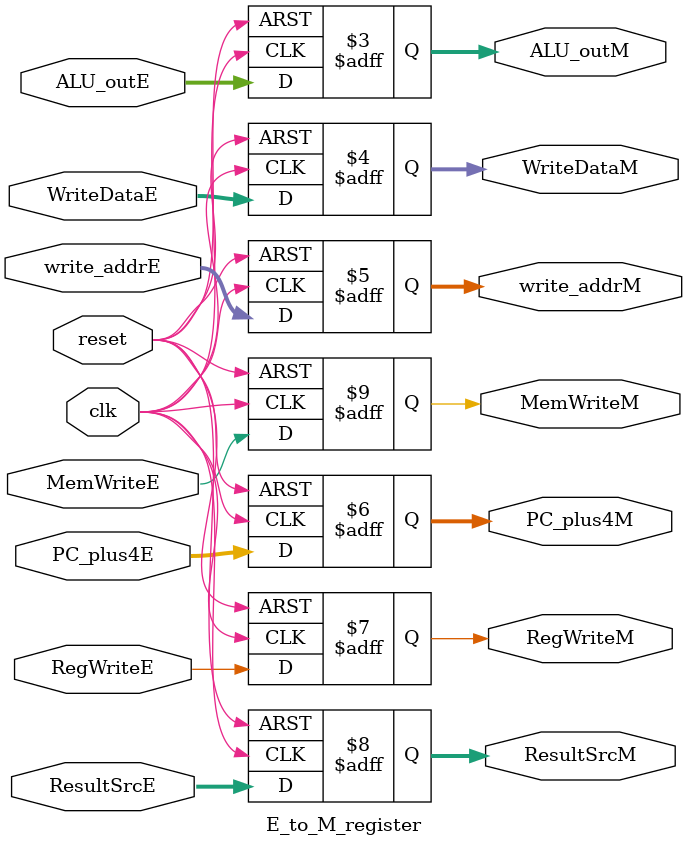
<source format=v>
module E_to_M_register(//input 
                        input clk,
                        input reset, 
                        input RegWriteE, 
                        input [1:0] ResultSrcE, 
                        input MemWriteE, 
                        input [31:0]ALU_outE, 
                        input [31:0]WriteDataE, 
                        input [4:0] write_addrE,
                        input [31:0]PC_plus4E,
                        //output
                        output reg [31:0]ALU_outM, 
                        output reg [31:0]WriteDataM, 
                        output reg [4:0] write_addrM,
                        output reg [31:0]PC_plus4M,
                        output reg RegWriteM, 
                        output reg [1:0] ResultSrcM, 
                        output reg MemWriteM);
                        
    always @(negedge clk or negedge reset)
    begin
    if (~reset)
    begin
        ALU_outM    <=32'd0;
        WriteDataM  <=32'd0;
        write_addrM <=5'd0;
        PC_plus4M   <=32'd0;
        RegWriteM   <=1'd0;
        ResultSrcM  <=2'd0;
        MemWriteM   <=1'd0;
    end
    else
    begin
        ALU_outM    <= ALU_outE;
        WriteDataM  <= WriteDataE;
        write_addrM <= write_addrE;
        PC_plus4M   <= PC_plus4E;
        RegWriteM   <= RegWriteE;
        ResultSrcM  <= ResultSrcE;
        MemWriteM   <= MemWriteE;
       
    end
    end
endmodule
</source>
